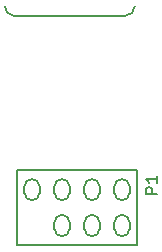
<source format=gto>
G04 #@! TF.FileFunction,Legend,Top*
%FSLAX46Y46*%
G04 Gerber Fmt 4.6, Leading zero omitted, Abs format (unit mm)*
G04 Created by KiCad (PCBNEW 4.0.2-stable) date Tuesday, 19 July 2016 11:50:17*
%MOMM*%
G01*
G04 APERTURE LIST*
%ADD10C,0.200000*%
%ADD11C,0.150000*%
%ADD12C,0.203200*%
G04 APERTURE END LIST*
D10*
D11*
X145820000Y-105050000D02*
X155215000Y-105050000D01*
X145015000Y-104250000D02*
G75*
G03X145815000Y-105050000I800000J0D01*
G01*
X155215000Y-105050000D02*
G75*
G03X156015000Y-104250000I0J800000D01*
G01*
X146050000Y-118110000D02*
X156210000Y-118110000D01*
X156210000Y-118110000D02*
X156210000Y-124460000D01*
X156210000Y-124460000D02*
X146050000Y-124460000D01*
X146050000Y-124460000D02*
X146050000Y-118110000D01*
D10*
X154290000Y-119515000D02*
X154290000Y-120015000D01*
X155590000Y-119515000D02*
X155590000Y-120015000D01*
X154290000Y-120015000D02*
G75*
G03X155590000Y-120015000I650000J0D01*
G01*
X155590000Y-119515000D02*
G75*
G03X154290000Y-119515000I-650000J0D01*
G01*
X154290000Y-122555000D02*
X154290000Y-123055000D01*
X155590000Y-122555000D02*
X155590000Y-123055000D01*
X154290000Y-123055000D02*
G75*
G03X155590000Y-123055000I650000J0D01*
G01*
X155590000Y-122555000D02*
G75*
G03X154290000Y-122555000I-650000J0D01*
G01*
X146670000Y-119515000D02*
X146670000Y-120015000D01*
X147970000Y-119515000D02*
X147970000Y-120015000D01*
X146670000Y-120015000D02*
G75*
G03X147970000Y-120015000I650000J0D01*
G01*
X147970000Y-119515000D02*
G75*
G03X146670000Y-119515000I-650000J0D01*
G01*
X149210000Y-122555000D02*
X149210000Y-123055000D01*
X150510000Y-122555000D02*
X150510000Y-123055000D01*
X149210000Y-123055000D02*
G75*
G03X150510000Y-123055000I650000J0D01*
G01*
X150510000Y-122555000D02*
G75*
G03X149210000Y-122555000I-650000J0D01*
G01*
X149210000Y-119515000D02*
X149210000Y-120015000D01*
X150510000Y-119515000D02*
X150510000Y-120015000D01*
X149210000Y-120015000D02*
G75*
G03X150510000Y-120015000I650000J0D01*
G01*
X150510000Y-119515000D02*
G75*
G03X149210000Y-119515000I-650000J0D01*
G01*
X151750000Y-122555000D02*
X151750000Y-123055000D01*
X153050000Y-122555000D02*
X153050000Y-123055000D01*
X151750000Y-123055000D02*
G75*
G03X153050000Y-123055000I650000J0D01*
G01*
X153050000Y-122555000D02*
G75*
G03X151750000Y-122555000I-650000J0D01*
G01*
X151750000Y-119515000D02*
X151750000Y-120015000D01*
X153050000Y-119515000D02*
X153050000Y-120015000D01*
X151750000Y-120015000D02*
G75*
G03X153050000Y-120015000I650000J0D01*
G01*
X153050000Y-119515000D02*
G75*
G03X151750000Y-119515000I-650000J0D01*
G01*
D12*
X157932381Y-120118095D02*
X156932381Y-120118095D01*
X156932381Y-119737142D01*
X156980000Y-119641904D01*
X157027619Y-119594285D01*
X157122857Y-119546666D01*
X157265714Y-119546666D01*
X157360952Y-119594285D01*
X157408571Y-119641904D01*
X157456190Y-119737142D01*
X157456190Y-120118095D01*
X157932381Y-118594285D02*
X157932381Y-119165714D01*
X157932381Y-118880000D02*
X156932381Y-118880000D01*
X157075238Y-118975238D01*
X157170476Y-119070476D01*
X157218095Y-119165714D01*
M02*

</source>
